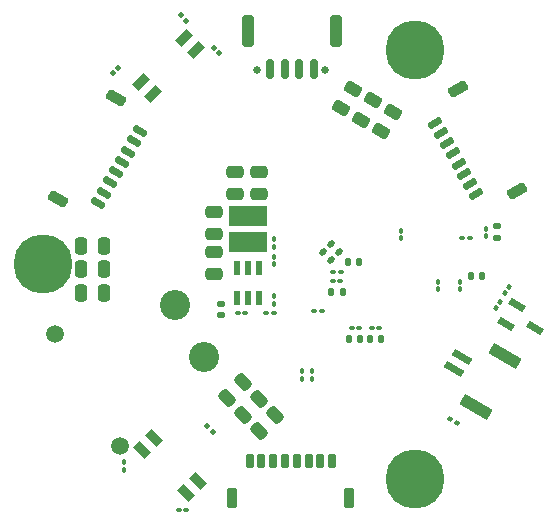
<source format=gbr>
%TF.GenerationSoftware,KiCad,Pcbnew,9.0.3*%
%TF.CreationDate,2025-09-26T09:37:04+02:00*%
%TF.ProjectId,PCB_PAPI,5043425f-5041-4504-992e-6b696361645f,rev?*%
%TF.SameCoordinates,Original*%
%TF.FileFunction,Soldermask,Bot*%
%TF.FilePolarity,Negative*%
%FSLAX46Y46*%
G04 Gerber Fmt 4.6, Leading zero omitted, Abs format (unit mm)*
G04 Created by KiCad (PCBNEW 9.0.3) date 2025-09-26 09:37:04*
%MOMM*%
%LPD*%
G01*
G04 APERTURE LIST*
G04 Aperture macros list*
%AMRoundRect*
0 Rectangle with rounded corners*
0 $1 Rounding radius*
0 $2 $3 $4 $5 $6 $7 $8 $9 X,Y pos of 4 corners*
0 Add a 4 corners polygon primitive as box body*
4,1,4,$2,$3,$4,$5,$6,$7,$8,$9,$2,$3,0*
0 Add four circle primitives for the rounded corners*
1,1,$1+$1,$2,$3*
1,1,$1+$1,$4,$5*
1,1,$1+$1,$6,$7*
1,1,$1+$1,$8,$9*
0 Add four rect primitives between the rounded corners*
20,1,$1+$1,$2,$3,$4,$5,0*
20,1,$1+$1,$4,$5,$6,$7,0*
20,1,$1+$1,$6,$7,$8,$9,0*
20,1,$1+$1,$8,$9,$2,$3,0*%
%AMRotRect*
0 Rectangle, with rotation*
0 The origin of the aperture is its center*
0 $1 length*
0 $2 width*
0 $3 Rotation angle, in degrees counterclockwise*
0 Add horizontal line*
21,1,$1,$2,0,0,$3*%
G04 Aperture macros list end*
%ADD10C,0.650000*%
%ADD11C,0.800000*%
%ADD12C,5.000000*%
%ADD13RoundRect,0.140000X0.219203X0.021213X0.021213X0.219203X-0.219203X-0.021213X-0.021213X-0.219203X0*%
%ADD14RoundRect,0.250000X0.250000X0.475000X-0.250000X0.475000X-0.250000X-0.475000X0.250000X-0.475000X0*%
%ADD15RoundRect,0.250000X0.286362X-0.454006X0.536362X-0.020994X-0.286362X0.454006X-0.536362X0.020994X0*%
%ADD16RoundRect,0.100000X0.130000X0.100000X-0.130000X0.100000X-0.130000X-0.100000X0.130000X-0.100000X0*%
%ADD17RoundRect,0.250000X0.159099X-0.512652X0.512652X-0.159099X-0.159099X0.512652X-0.512652X0.159099X0*%
%ADD18RoundRect,0.140000X0.140000X0.170000X-0.140000X0.170000X-0.140000X-0.170000X0.140000X-0.170000X0*%
%ADD19RoundRect,0.100000X0.100000X-0.130000X0.100000X0.130000X-0.100000X0.130000X-0.100000X-0.130000X0*%
%ADD20RoundRect,0.150000X0.336362X-0.367404X0.486362X-0.107596X-0.336362X0.367404X-0.486362X0.107596X0*%
%ADD21RoundRect,0.225000X0.428766X-0.507356X0.653766X-0.117644X-0.428766X0.507356X-0.653766X0.117644X0*%
%ADD22RoundRect,0.100000X-0.100000X0.130000X-0.100000X-0.130000X0.100000X-0.130000X0.100000X0.130000X0*%
%ADD23RoundRect,0.150000X-0.150000X-0.700000X0.150000X-0.700000X0.150000X0.700000X-0.150000X0.700000X0*%
%ADD24RoundRect,0.250000X-0.250000X-1.100000X0.250000X-1.100000X0.250000X1.100000X-0.250000X1.100000X0*%
%ADD25RoundRect,0.250000X-0.475000X0.250000X-0.475000X-0.250000X0.475000X-0.250000X0.475000X0.250000X0*%
%ADD26R,0.600000X1.250000*%
%ADD27RoundRect,0.140000X0.170000X-0.140000X0.170000X0.140000X-0.170000X0.140000X-0.170000X-0.140000X0*%
%ADD28RoundRect,0.100000X-0.130000X-0.100000X0.130000X-0.100000X0.130000X0.100000X-0.130000X0.100000X0*%
%ADD29RoundRect,0.100000X-0.162635X0.021213X0.021213X-0.162635X0.162635X-0.021213X-0.021213X0.162635X0*%
%ADD30RoundRect,0.150000X-0.486362X-0.107596X-0.336362X-0.367404X0.486362X0.107596X0.336362X0.367404X0*%
%ADD31RoundRect,0.225000X-0.653766X-0.117644X-0.428766X-0.507356X0.653766X0.117644X0.428766X0.507356X0*%
%ADD32RotRect,0.600000X1.700000X240.000000*%
%ADD33RotRect,1.000000X2.700000X240.000000*%
%ADD34RotRect,0.600000X1.400000X240.000000*%
%ADD35RoundRect,0.250000X0.475000X-0.250000X0.475000X0.250000X-0.475000X0.250000X-0.475000X-0.250000X0*%
%ADD36RotRect,0.800000X1.400000X315.000000*%
%ADD37RoundRect,0.100000X0.021213X0.162635X-0.162635X-0.021213X-0.021213X-0.162635X0.162635X0.021213X0*%
%ADD38RotRect,0.800000X1.400000X45.000000*%
%ADD39RoundRect,0.100000X0.162635X-0.021213X-0.021213X0.162635X-0.162635X0.021213X0.021213X-0.162635X0*%
%ADD40C,2.550000*%
%ADD41C,1.500000*%
%ADD42RoundRect,0.140000X-0.140000X-0.170000X0.140000X-0.170000X0.140000X0.170000X-0.140000X0.170000X0*%
%ADD43RoundRect,0.100000X-0.162583X-0.021603X0.062583X-0.151603X0.162583X0.021603X-0.062583X0.151603X0*%
%ADD44RoundRect,0.100000X0.021603X-0.162583X0.151603X0.062583X-0.021603X0.162583X-0.151603X-0.062583X0*%
%ADD45R,3.200000X1.750000*%
%ADD46RoundRect,0.150000X0.150000X0.475000X-0.150000X0.475000X-0.150000X-0.475000X0.150000X-0.475000X0*%
%ADD47RoundRect,0.225000X0.225000X0.625000X-0.225000X0.625000X-0.225000X-0.625000X0.225000X-0.625000X0*%
%ADD48RoundRect,0.140000X-0.170000X0.140000X-0.170000X-0.140000X0.170000X-0.140000X0.170000X0.140000X0*%
G04 APERTURE END LIST*
D10*
%TO.C,J1*%
X131890000Y-66505000D03*
X126110000Y-66505000D03*
%TD*%
D11*
%TO.C,H3*%
X137625000Y-101186533D03*
X138174175Y-99860708D03*
X138174175Y-102512358D03*
X139500000Y-99311533D03*
D12*
X139500000Y-101186533D03*
D11*
X139500000Y-103061533D03*
X140825825Y-99860708D03*
X140825825Y-102512358D03*
X141375000Y-101186533D03*
%TD*%
%TO.C,H3*%
X106125000Y-83000000D03*
X106674175Y-81674175D03*
X106674175Y-84325825D03*
X108000000Y-81125000D03*
D12*
X108000000Y-83000000D03*
D11*
X108000000Y-84875000D03*
X109325825Y-81674175D03*
X109325825Y-84325825D03*
X109875000Y-83000000D03*
%TD*%
%TO.C,H3*%
X137625000Y-64813467D03*
X138174175Y-63487642D03*
X138174175Y-66139292D03*
X139500000Y-62938467D03*
D12*
X139500000Y-64813467D03*
D11*
X139500000Y-66688467D03*
X140825825Y-63487642D03*
X140825825Y-66139292D03*
X141375000Y-64813467D03*
%TD*%
D13*
%TO.C,C7*%
X132423116Y-82627393D03*
X131744294Y-81948571D03*
%TD*%
D14*
%TO.C,C50*%
X113150000Y-85390000D03*
X111250000Y-85390000D03*
%TD*%
D15*
%TO.C,C54*%
X134975000Y-70772724D03*
X135925000Y-69127276D03*
%TD*%
D16*
%TO.C,R36*%
X120140000Y-103810000D03*
X119500000Y-103810000D03*
%TD*%
D17*
%TO.C,C49*%
X126346498Y-97113502D03*
X127690000Y-95770000D03*
%TD*%
D18*
%TO.C,C13*%
X134843705Y-89297982D03*
X133883705Y-89297982D03*
%TD*%
D19*
%TO.C,C17*%
X127553705Y-82987982D03*
X127553705Y-82347982D03*
%TD*%
D20*
%TO.C,ESC3*%
X112703702Y-77793589D03*
X113203702Y-76927564D03*
X113703702Y-76061538D03*
X114203701Y-75195514D03*
X114703701Y-74329487D03*
X115203702Y-73463462D03*
X115703702Y-72597437D03*
X116203702Y-71731411D03*
D21*
X109272373Y-77486826D03*
X114222373Y-68913175D03*
%TD*%
D22*
%TO.C,R13*%
X127553705Y-80877982D03*
X127553705Y-81517982D03*
%TD*%
D23*
%TO.C,SWD1*%
X127228705Y-66447982D03*
X128478705Y-66447982D03*
X129728705Y-66447982D03*
X130978705Y-66447982D03*
D24*
X125378705Y-63247982D03*
X132828705Y-63247982D03*
%TD*%
D22*
%TO.C,R21*%
X145493705Y-79982982D03*
X145493705Y-80622982D03*
%TD*%
D25*
%TO.C,C20*%
X122453705Y-78550000D03*
X122453705Y-80450000D03*
%TD*%
D26*
%TO.C,IC1*%
X126303705Y-85847982D03*
X125353705Y-85847982D03*
X124403705Y-85847982D03*
X124403705Y-83347982D03*
X125353705Y-83347982D03*
X126303705Y-83347982D03*
%TD*%
D27*
%TO.C,C36*%
X146453705Y-80747982D03*
X146453705Y-79787982D03*
%TD*%
D28*
%TO.C,R11*%
X124513705Y-87147982D03*
X125153705Y-87147982D03*
%TD*%
D18*
%TO.C,C14*%
X133383705Y-85337982D03*
X132423705Y-85337982D03*
%TD*%
D29*
%TO.C,R24*%
X119663726Y-61923726D03*
X120116274Y-62376274D03*
%TD*%
D14*
%TO.C,C51*%
X113150000Y-83420000D03*
X111250000Y-83420000D03*
%TD*%
D30*
%TO.C,ESC1*%
X141199407Y-71006411D03*
X141699407Y-71872436D03*
X142199407Y-72738462D03*
X142699407Y-73604487D03*
X143199407Y-74470513D03*
X143699407Y-75336538D03*
X144199407Y-76202564D03*
X144699407Y-77068589D03*
D31*
X143180737Y-68188174D03*
X148130737Y-76761826D03*
%TD*%
D16*
%TO.C,C4*%
X133203705Y-84437982D03*
X132563705Y-84437982D03*
%TD*%
D32*
%TO.C,J4*%
X143472424Y-90804216D03*
X142847424Y-91886748D03*
D33*
X144693705Y-95088895D03*
X147168705Y-90802069D03*
%TD*%
D34*
%TO.C,Q1*%
X147225052Y-88053430D03*
X148175052Y-86407982D03*
X149691910Y-88380706D03*
%TD*%
D35*
%TO.C,C18*%
X124300000Y-77050000D03*
X124300000Y-75150000D03*
%TD*%
D17*
%TO.C,C48*%
X124958249Y-95721751D03*
X126301751Y-94378249D03*
%TD*%
D36*
%TO.C,LED2*%
X121004969Y-64874175D03*
X117328014Y-68551130D03*
X116302709Y-67525825D03*
X119979664Y-63848870D03*
%TD*%
D17*
%TO.C,C46*%
X123568249Y-94331751D03*
X124911751Y-92988249D03*
%TD*%
D18*
%TO.C,C2*%
X136663705Y-89297982D03*
X135703705Y-89297982D03*
%TD*%
D19*
%TO.C,R37*%
X114890000Y-100380000D03*
X114890000Y-99740000D03*
%TD*%
D16*
%TO.C,C6*%
X136478705Y-88387982D03*
X135838705Y-88387982D03*
%TD*%
D35*
%TO.C,C15*%
X122453705Y-83847982D03*
X122453705Y-81947982D03*
%TD*%
D14*
%TO.C,C52*%
X113150000Y-81430000D03*
X111250000Y-81430000D03*
%TD*%
D37*
%TO.C,R35*%
X114406274Y-66343726D03*
X113953726Y-66796274D03*
%TD*%
D38*
%TO.C,LED3*%
X117440000Y-97670000D03*
X121116955Y-101346955D03*
X120091650Y-102372260D03*
X116414695Y-98695305D03*
%TD*%
D19*
%TO.C,R27*%
X130773705Y-92707982D03*
X130773705Y-92067982D03*
%TD*%
D15*
%TO.C,C55*%
X133275000Y-69772724D03*
X134225000Y-68127276D03*
%TD*%
D16*
%TO.C,C11*%
X133213705Y-83677982D03*
X132573705Y-83677982D03*
%TD*%
D39*
%TO.C,R38*%
X122396274Y-97156274D03*
X121943726Y-96703726D03*
%TD*%
D40*
%TO.C,J3*%
X119173647Y-86476918D03*
X121673647Y-90807046D03*
D41*
X114513393Y-98405122D03*
X109013393Y-88878842D03*
%TD*%
D19*
%TO.C,C37*%
X138343705Y-80777982D03*
X138343705Y-80137982D03*
%TD*%
D42*
%TO.C,C33*%
X144223705Y-83997982D03*
X145183705Y-83997982D03*
%TD*%
D13*
%TO.C,C10*%
X133083705Y-81977982D03*
X132404883Y-81299160D03*
%TD*%
D35*
%TO.C,C19*%
X126300000Y-77050000D03*
X126300000Y-75150000D03*
%TD*%
D15*
%TO.C,C53*%
X136675000Y-71745448D03*
X137625000Y-70100000D03*
%TD*%
D42*
%TO.C,C8*%
X133843705Y-82827982D03*
X134803705Y-82827982D03*
%TD*%
D16*
%TO.C,C12*%
X134788705Y-88377982D03*
X134148705Y-88377982D03*
%TD*%
D22*
%TO.C,C34*%
X141463705Y-84467982D03*
X141463705Y-85107982D03*
%TD*%
D43*
%TO.C,R34*%
X142501577Y-96126642D03*
X143055833Y-96446642D03*
%TD*%
D19*
%TO.C,R26*%
X129943705Y-92707982D03*
X129943705Y-92067982D03*
%TD*%
D39*
%TO.C,R23*%
X122936274Y-65116274D03*
X122483726Y-64663726D03*
%TD*%
D44*
%TO.C,R16*%
X147129865Y-85458889D03*
X147449865Y-84904633D03*
%TD*%
D16*
%TO.C,C3*%
X131613705Y-86917982D03*
X130973705Y-86917982D03*
%TD*%
D22*
%TO.C,C35*%
X143363705Y-84467982D03*
X143363705Y-85107982D03*
%TD*%
D28*
%TO.C,R12*%
X126903705Y-87157982D03*
X127543705Y-87157982D03*
%TD*%
D16*
%TO.C,C31*%
X144133705Y-80757982D03*
X143493705Y-80757982D03*
%TD*%
D45*
%TO.C,L1*%
X125353705Y-81147982D03*
X125353705Y-78947982D03*
%TD*%
D46*
%TO.C,ESC2*%
X132500000Y-99675000D03*
X131500000Y-99675000D03*
X130500000Y-99675000D03*
X129500000Y-99675000D03*
X128500000Y-99675000D03*
X127500000Y-99675000D03*
X126500000Y-99675000D03*
X125500000Y-99675000D03*
D47*
X133950000Y-102800000D03*
X124050000Y-102800000D03*
%TD*%
D48*
%TO.C,C16*%
X123100000Y-86320000D03*
X123100000Y-87280000D03*
%TD*%
D22*
%TO.C,R14*%
X127543705Y-85697982D03*
X127543705Y-86337982D03*
%TD*%
D44*
%TO.C,R15*%
X146373705Y-86725110D03*
X146693705Y-86170854D03*
%TD*%
M02*

</source>
